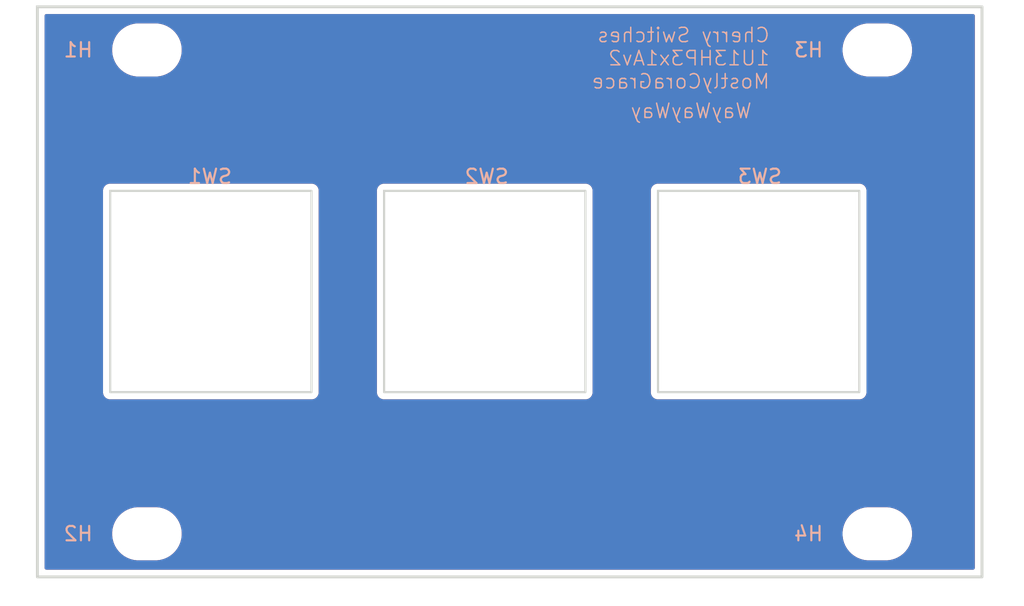
<source format=kicad_pcb>
(kicad_pcb (version 20241229) (generator "pcbnew") (generator_version "9.0")
  (layers (0 "F.Cu" signal) (2 "B.Cu" signal) (13 "F.Paste" user) (15 "B.Paste" user) (5 "F.SilkS" user "F.Silkscreen") (7 "B.SilkS" user "B.Silkscreen") (1 "F.Mask" user) (3 "B.Mask" user) (25 "Edge.Cuts" user))
  (net 0 "")
  (footprint "EXC:SW_Cherry_MX_1.00u_Mount" (layer "F.Cu") (at 50.165 22.225)
    (property "Reference" "SW3" (at 0.085 -8 0) (layer "B.SilkS") (effects (justify mirror)))
    (property "Value" "SW_SPST_MOUNT")
    (fp_rect (start -7 -7) (end 7 7) (stroke (width 0.15)) (fill no) (layer "Edge.Cuts"))
  )
  (footprint "EXC:SW_Cherry_MX_1.00u_Mount" (layer "F.Cu") (at 31.115 22.225)
    (property "Reference" "SW2" (at 0.135 -8 0) (layer "B.SilkS") (effects (justify mirror)))
    (property "Value" "SW_SPST_MOUNT")
    (fp_rect (start -7 -7) (end 7 7) (stroke (width 0.15)) (fill no) (layer "Edge.Cuts"))
  )
  (footprint "EXC:MountingHole_3.2mm_M3" (layer "F.Cu") (at 7.62 39.075)
    (property "Reference" "H2" (at -3.683 0 0) (layer "B.SilkS") (effects (justify left mirror)))
    (property "Value" "Eurorack_M3_MountingHole")
    (pad "" np_thru_hole oval (at 0 0) (size 4.34 3.2) (drill oval 4.34 3.2) (layers "*.Cu" "*.Mask"))
  )
  (footprint "EXC:MountingHole_3.2mm_M3" (layer "F.Cu") (at 7.62 5.425)
    (property "Reference" "H1" (at -3.683 0 0) (layer "B.SilkS") (effects (justify left mirror)))
    (property "Value" "Eurorack_M3_MountingHole")
    (pad "" np_thru_hole oval (at 0 0) (size 4.34 3.2) (drill oval 4.34 3.2) (layers "*.Cu" "*.Mask"))
  )
  (footprint "EXC:SW_Cherry_MX_1.00u_Mount" (layer "F.Cu") (at 12.065 22.225)
    (property "Reference" "SW1" (at -0.065 -8 0) (layer "B.SilkS") (effects (justify mirror)))
    (property "Value" "SW_SPST_MOUNT")
    (fp_rect (start -7 -7) (end 7 7) (stroke (width 0.15)) (fill no) (layer "Edge.Cuts"))
  )
  (footprint "EXC:MountingHole_3.2mm_M3" (layer "F.Cu") (at 58.42 39.075)
    (property "Reference" "H4" (at -3.683 0 0) (layer "B.SilkS") (effects (justify left mirror)))
    (property "Value" "Eurorack_M3_MountingHole")
    (pad "" np_thru_hole oval (at 0 0) (size 4.34 3.2) (drill oval 4.34 3.2) (layers "*.Cu" "*.Mask"))
  )
  (footprint "EXC:MountingHole_3.2mm_M3" (layer "F.Cu") (at 58.42 5.425)
    (property "Reference" "H3" (at -3.683 0 0) (layer "B.SilkS") (effects (justify left mirror)))
    (property "Value" "Eurorack_M3_MountingHole")
    (pad "" np_thru_hole oval (at 0 0) (size 4.34 3.2) (drill oval 4.34 3.2) (layers "*.Cu" "*.Mask"))
  )
  (gr_rect (start 0 2.425) (end 65.7 42.075) (stroke (width 0.2)) (fill no) (layer "Edge.Cuts"))
  (gr_text "WayWayWay" (at 49.75 10.25 0) (layer "B.SilkS") (effects (font (size 1 1) (thickness 0.1)) (justify left bottom mirror)))
  (gr_text "Cherry Switches\n1U13HP3x1Av2\nMostlyCoraGrace" (at 51 6 0) (layer "B.SilkS") (effects (font (size 1 1) (thickness 0.1)) (justify left mirror)))
  (zone (net 0) (net_name "") (layers "F.Cu" "B.Cu") (connect_pads (clearance 0.5)) (min_thickness 0.25) (fill yes (thermal_gap 0.5) (thermal_bridge_width 0.5) (island_removal_mode 1) (island_area_min 10))
    (polygon (pts (xy 0 2.5) (xy 65.75 2.5) (xy 65.75 42) (xy 0 42)))
  )
)
</source>
